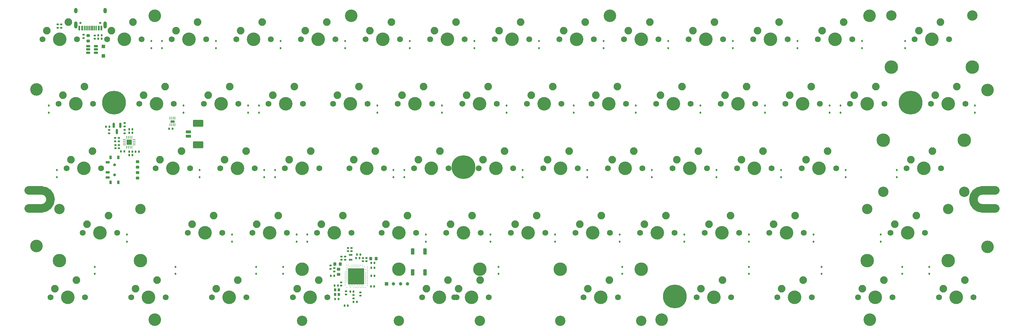
<source format=gbs>
G04 #@! TF.GenerationSoftware,KiCad,Pcbnew,7.0.5*
G04 #@! TF.CreationDate,2023-07-05T23:03:21+09:00*
G04 #@! TF.ProjectId,Hotp4ck60,486f7470-3463-46b3-9630-2e6b69636164,rev?*
G04 #@! TF.SameCoordinates,Original*
G04 #@! TF.FileFunction,Soldermask,Bot*
G04 #@! TF.FilePolarity,Negative*
%FSLAX46Y46*%
G04 Gerber Fmt 4.6, Leading zero omitted, Abs format (unit mm)*
G04 Created by KiCad (PCBNEW 7.0.5) date 2023-07-05 23:03:21*
%MOMM*%
%LPD*%
G01*
G04 APERTURE LIST*
G04 Aperture macros list*
%AMRoundRect*
0 Rectangle with rounded corners*
0 $1 Rounding radius*
0 $2 $3 $4 $5 $6 $7 $8 $9 X,Y pos of 4 corners*
0 Add a 4 corners polygon primitive as box body*
4,1,4,$2,$3,$4,$5,$6,$7,$8,$9,$2,$3,0*
0 Add four circle primitives for the rounded corners*
1,1,$1+$1,$2,$3*
1,1,$1+$1,$4,$5*
1,1,$1+$1,$6,$7*
1,1,$1+$1,$8,$9*
0 Add four rect primitives between the rounded corners*
20,1,$1+$1,$2,$3,$4,$5,0*
20,1,$1+$1,$4,$5,$6,$7,0*
20,1,$1+$1,$6,$7,$8,$9,0*
20,1,$1+$1,$8,$9,$2,$3,0*%
G04 Aperture macros list end*
%ADD10C,2.501900*%
%ADD11C,1.750000*%
%ADD12C,4.000000*%
%ADD13C,2.250000*%
%ADD14C,3.048000*%
%ADD15C,3.987800*%
%ADD16C,1.000000*%
%ADD17C,7.001300*%
%ADD18C,7.000240*%
%ADD19C,3.700000*%
%ADD20R,1.000000X1.000000*%
%ADD21RoundRect,0.150000X-0.150000X0.587500X-0.150000X-0.587500X0.150000X-0.587500X0.150000X0.587500X0*%
%ADD22RoundRect,0.112500X0.112500X-0.187500X0.112500X0.187500X-0.112500X0.187500X-0.112500X-0.187500X0*%
%ADD23RoundRect,0.140000X0.170000X-0.140000X0.170000X0.140000X-0.170000X0.140000X-0.170000X-0.140000X0*%
%ADD24RoundRect,0.140000X0.140000X0.170000X-0.140000X0.170000X-0.140000X-0.170000X0.140000X-0.170000X0*%
%ADD25R,0.800000X0.900000*%
%ADD26RoundRect,0.112500X-0.112500X0.187500X-0.112500X-0.187500X0.112500X-0.187500X0.112500X0.187500X0*%
%ADD27RoundRect,0.275000X0.275000X-0.625000X0.275000X0.625000X-0.275000X0.625000X-0.275000X-0.625000X0*%
%ADD28RoundRect,0.135000X0.135000X0.185000X-0.135000X0.185000X-0.135000X-0.185000X0.135000X-0.185000X0*%
%ADD29RoundRect,0.135000X-0.185000X0.135000X-0.185000X-0.135000X0.185000X-0.135000X0.185000X0.135000X0*%
%ADD30C,0.250000*%
%ADD31R,4.850000X4.850000*%
%ADD32RoundRect,0.147500X-0.172500X0.147500X-0.172500X-0.147500X0.172500X-0.147500X0.172500X0.147500X0*%
%ADD33R,1.100000X0.600000*%
%ADD34RoundRect,0.140000X-0.170000X0.140000X-0.170000X-0.140000X0.170000X-0.140000X0.170000X0.140000X0*%
%ADD35C,0.850000*%
%ADD36RoundRect,0.090000X-0.535000X0.210000X-0.535000X-0.210000X0.535000X-0.210000X0.535000X0.210000X0*%
%ADD37RoundRect,0.105000X0.245000X0.445000X-0.245000X0.445000X-0.245000X-0.445000X0.245000X-0.445000X0*%
%ADD38RoundRect,0.140000X-0.140000X-0.170000X0.140000X-0.170000X0.140000X0.170000X-0.140000X0.170000X0*%
%ADD39RoundRect,0.147500X0.172500X-0.147500X0.172500X0.147500X-0.172500X0.147500X-0.172500X-0.147500X0*%
%ADD40RoundRect,0.135000X0.185000X-0.135000X0.185000X0.135000X-0.185000X0.135000X-0.185000X-0.135000X0*%
%ADD41RoundRect,0.225000X-0.250000X0.225000X-0.250000X-0.225000X0.250000X-0.225000X0.250000X0.225000X0*%
%ADD42RoundRect,0.218750X-0.256250X0.218750X-0.256250X-0.218750X0.256250X-0.218750X0.256250X0.218750X0*%
%ADD43RoundRect,0.218750X-0.218750X-0.256250X0.218750X-0.256250X0.218750X0.256250X-0.218750X0.256250X0*%
%ADD44RoundRect,0.062500X0.062500X-0.325000X0.062500X0.325000X-0.062500X0.325000X-0.062500X-0.325000X0*%
%ADD45R,1.300000X0.700000*%
%ADD46RoundRect,0.062500X-0.062500X0.375000X-0.062500X-0.375000X0.062500X-0.375000X0.062500X0.375000X0*%
%ADD47RoundRect,0.062500X-0.375000X0.062500X-0.375000X-0.062500X0.375000X-0.062500X0.375000X0.062500X0*%
%ADD48R,1.600000X1.600000*%
%ADD49RoundRect,0.218750X0.218750X0.256250X-0.218750X0.256250X-0.218750X-0.256250X0.218750X-0.256250X0*%
%ADD50RoundRect,0.135000X-0.135000X-0.185000X0.135000X-0.185000X0.135000X0.185000X-0.135000X0.185000X0*%
%ADD51RoundRect,0.150000X-0.475000X-0.150000X0.475000X-0.150000X0.475000X0.150000X-0.475000X0.150000X0*%
%ADD52RoundRect,0.200000X-0.600000X0.200000X-0.600000X-0.200000X0.600000X-0.200000X0.600000X0.200000X0*%
%ADD53RoundRect,0.250001X-1.249999X0.799999X-1.249999X-0.799999X1.249999X-0.799999X1.249999X0.799999X0*%
%ADD54C,0.650000*%
%ADD55R,0.600000X1.450000*%
%ADD56R,0.300000X1.450000*%
%ADD57O,1.000000X1.600000*%
%ADD58O,1.000000X2.100000*%
%ADD59RoundRect,0.250000X-0.300000X0.300000X-0.300000X-0.300000X0.300000X-0.300000X0.300000X0.300000X0*%
G04 APERTURE END LIST*
D10*
X71812500Y-141486550D02*
X75612500Y-141486550D01*
X71812500Y-146788450D02*
X75612500Y-146788450D01*
X353012500Y-141486550D02*
X356812500Y-141486550D01*
X353012500Y-146788450D02*
X356862500Y-146788450D01*
X78263450Y-144137500D02*
G75*
G03*
X75612500Y-141486550I-2650949J1D01*
G01*
X75612500Y-146788450D02*
G75*
G03*
X78263450Y-144137500I1J2650949D01*
G01*
X353012500Y-141486550D02*
G75*
G03*
X350361550Y-144137500I0J-2650950D01*
G01*
X350361550Y-144137500D02*
G75*
G03*
X353012500Y-146788450I2650950J0D01*
G01*
D11*
X325913750Y-153987500D03*
D12*
X330993750Y-153987500D03*
D11*
X336073750Y-153987500D03*
D13*
X327183750Y-151447500D03*
X333533750Y-148907500D03*
D11*
X125888750Y-173037500D03*
D12*
X130968750Y-173037500D03*
D11*
X136048750Y-173037500D03*
D13*
X127158750Y-170497500D03*
X133508750Y-167957500D03*
D14*
X252406250Y-180022500D03*
D15*
X252406250Y-164782500D03*
D14*
X152406250Y-180022500D03*
D15*
X152406250Y-164782500D03*
D11*
X94932500Y-96837500D03*
D12*
X100012500Y-96837500D03*
D11*
X105092500Y-96837500D03*
D13*
X96202500Y-94297500D03*
X102552500Y-91757500D03*
D11*
X133032500Y-96837500D03*
D12*
X138112500Y-96837500D03*
D11*
X143192500Y-96837500D03*
D13*
X134302500Y-94297500D03*
X140652500Y-91757500D03*
D11*
X268763750Y-173037500D03*
D12*
X273843750Y-173037500D03*
D11*
X278923750Y-173037500D03*
D13*
X270033750Y-170497500D03*
X276383750Y-167957500D03*
D11*
X204470000Y-134937500D03*
D12*
X209550000Y-134937500D03*
D11*
X214630000Y-134937500D03*
D13*
X205740000Y-132397500D03*
X212090000Y-129857500D03*
D11*
X271145000Y-153987500D03*
D12*
X276225000Y-153987500D03*
D11*
X281305000Y-153987500D03*
D13*
X272415000Y-151447500D03*
X278765000Y-148907500D03*
D14*
X204819250Y-180022500D03*
D15*
X204819250Y-164782500D03*
D14*
X180943250Y-180022500D03*
D15*
X180943250Y-164782500D03*
D11*
X194945000Y-153987500D03*
D12*
X200025000Y-153987500D03*
D11*
X205105000Y-153987500D03*
D13*
X196215000Y-151447500D03*
X202565000Y-148907500D03*
D16*
X181440000Y-169110000D03*
D11*
X330676250Y-134937500D03*
D12*
X335756250Y-134937500D03*
D11*
X340836250Y-134937500D03*
D13*
X331946250Y-132397500D03*
X338296250Y-129857500D03*
D11*
X228282500Y-96837500D03*
D12*
X233362500Y-96837500D03*
D11*
X238442500Y-96837500D03*
D13*
X229552500Y-94297500D03*
X235902500Y-91757500D03*
D11*
X156845000Y-153987500D03*
D12*
X161925000Y-153987500D03*
D11*
X167005000Y-153987500D03*
D13*
X158115000Y-151447500D03*
X164465000Y-148907500D03*
D11*
X166370000Y-134937500D03*
D12*
X171450000Y-134937500D03*
D11*
X176530000Y-134937500D03*
D13*
X167640000Y-132397500D03*
X173990000Y-129857500D03*
D11*
X113982500Y-96837500D03*
D12*
X119062500Y-96837500D03*
D11*
X124142500Y-96837500D03*
D13*
X115252500Y-94297500D03*
X121602500Y-91757500D03*
D16*
X179370000Y-169110000D03*
D14*
X347694250Y-141922500D03*
D15*
X347694250Y-126682500D03*
D14*
X323818250Y-141922500D03*
D15*
X323818250Y-126682500D03*
D16*
X73570465Y-141537500D03*
X73570465Y-146737500D03*
X75612500Y-141537500D03*
X75612500Y-146737500D03*
X77450978Y-142299022D03*
X77450978Y-145975978D03*
X78212500Y-144137500D03*
X94712500Y-115537500D03*
X95386154Y-113911154D03*
X95386154Y-117163846D03*
X97012500Y-113237500D03*
D17*
X97012500Y-115537500D03*
D16*
X97012500Y-117837500D03*
X98638846Y-113911154D03*
X98638846Y-117163846D03*
X99312500Y-115537500D03*
X198812500Y-132337500D03*
X198812500Y-136937500D03*
X200012500Y-132337500D03*
D18*
X200012500Y-134637500D03*
D16*
X200012500Y-136937500D03*
X201212500Y-132337500D03*
X201212500Y-136937500D03*
X261112500Y-170537500D03*
X261112500Y-175137500D03*
X262312500Y-170537500D03*
D18*
X262312500Y-172837500D03*
D16*
X262312500Y-175137500D03*
X263512500Y-170537500D03*
X263512500Y-175137500D03*
X330662500Y-113237500D03*
X330662500Y-117837500D03*
X331862500Y-113237500D03*
D18*
X331862500Y-115537500D03*
D16*
X331862500Y-117837500D03*
X333062500Y-113220500D03*
X333062500Y-117837500D03*
X350412500Y-144137500D03*
X351174022Y-142299022D03*
X351174022Y-145975978D03*
X353012500Y-141537500D03*
X353012500Y-146737500D03*
X355054535Y-141537500D03*
X355054535Y-146737500D03*
D19*
X74112500Y-111637500D03*
X74112500Y-157937500D03*
X109012500Y-89937500D03*
X109012500Y-179637500D03*
X166912500Y-89937500D03*
X243212500Y-89937500D03*
X258404500Y-179645500D03*
X319712500Y-89937500D03*
X319812500Y-179637500D03*
X354512500Y-111837500D03*
X354512500Y-158137500D03*
D11*
X314007500Y-115887500D03*
D12*
X319087500Y-115887500D03*
D11*
X324167500Y-115887500D03*
D13*
X315277500Y-113347500D03*
X321627500Y-110807500D03*
D11*
X147320000Y-134937500D03*
D12*
X152400000Y-134937500D03*
D11*
X157480000Y-134937500D03*
D13*
X148590000Y-132397500D03*
X154940000Y-129857500D03*
D11*
X237807500Y-115887500D03*
D12*
X242887500Y-115887500D03*
D11*
X247967500Y-115887500D03*
D13*
X239077500Y-113347500D03*
X245427500Y-110807500D03*
D11*
X137795000Y-153987500D03*
D12*
X142875000Y-153987500D03*
D11*
X147955000Y-153987500D03*
D13*
X139065000Y-151447500D03*
X145415000Y-148907500D03*
D11*
X161607500Y-115887500D03*
D12*
X166687500Y-115887500D03*
D11*
X171767500Y-115887500D03*
D13*
X162877500Y-113347500D03*
X169227500Y-110807500D03*
D11*
X185420000Y-134937500D03*
D12*
X190500000Y-134937500D03*
D11*
X195580000Y-134937500D03*
D13*
X186690000Y-132397500D03*
X193040000Y-129857500D03*
D11*
X316388750Y-173037500D03*
D12*
X321468750Y-173037500D03*
D11*
X326548750Y-173037500D03*
D13*
X317658750Y-170497500D03*
X324008750Y-167957500D03*
D11*
X123507500Y-115887500D03*
D12*
X128587500Y-115887500D03*
D11*
X133667500Y-115887500D03*
D13*
X124777500Y-113347500D03*
X131127500Y-110807500D03*
D11*
X190182500Y-96837500D03*
D12*
X195262500Y-96837500D03*
D11*
X200342500Y-96837500D03*
D13*
X191452500Y-94297500D03*
X197802500Y-91757500D03*
D11*
X152082500Y-96837500D03*
D12*
X157162500Y-96837500D03*
D11*
X162242500Y-96837500D03*
D13*
X153352500Y-94297500D03*
X159702500Y-91757500D03*
D11*
X275907500Y-115887500D03*
D12*
X280987500Y-115887500D03*
D11*
X286067500Y-115887500D03*
D13*
X277177500Y-113347500D03*
X283527500Y-110807500D03*
D11*
X149701250Y-173037500D03*
D12*
X154781250Y-173037500D03*
D11*
X159861250Y-173037500D03*
D13*
X150971250Y-170497500D03*
X157321250Y-167957500D03*
D11*
X299720000Y-134937500D03*
D12*
X304800000Y-134937500D03*
D11*
X309880000Y-134937500D03*
D13*
X300990000Y-132397500D03*
X307340000Y-129857500D03*
D11*
X175895000Y-153987500D03*
D12*
X180975000Y-153987500D03*
D11*
X186055000Y-153987500D03*
D13*
X177165000Y-151447500D03*
X183515000Y-148907500D03*
D14*
X252444250Y-180022500D03*
D15*
X252444250Y-164782500D03*
D14*
X228568250Y-180022500D03*
D15*
X228568250Y-164782500D03*
D11*
X118745000Y-153987500D03*
D12*
X123825000Y-153987500D03*
D11*
X128905000Y-153987500D03*
D13*
X120015000Y-151447500D03*
X126365000Y-148907500D03*
D14*
X319055750Y-147002500D03*
D15*
X319055750Y-162242500D03*
D14*
X342931750Y-147002500D03*
D15*
X342931750Y-162242500D03*
D11*
X252095000Y-153987500D03*
D12*
X257175000Y-153987500D03*
D11*
X262255000Y-153987500D03*
D13*
X253365000Y-151447500D03*
X259715000Y-148907500D03*
D11*
X233045000Y-153987500D03*
D12*
X238125000Y-153987500D03*
D11*
X243205000Y-153987500D03*
D13*
X234315000Y-151447500D03*
X240665000Y-148907500D03*
D11*
X333057500Y-96837500D03*
D12*
X338137500Y-96837500D03*
D11*
X343217500Y-96837500D03*
D13*
X334327500Y-94297500D03*
X340677500Y-91757500D03*
D11*
X213995000Y-153987500D03*
D12*
X219075000Y-153987500D03*
D11*
X224155000Y-153987500D03*
D13*
X215265000Y-151447500D03*
X221615000Y-148907500D03*
D11*
X180657500Y-115887500D03*
D12*
X185737500Y-115887500D03*
D11*
X190817500Y-115887500D03*
D13*
X181927500Y-113347500D03*
X188277500Y-110807500D03*
D11*
X128270000Y-134937500D03*
D12*
X133350000Y-134937500D03*
D11*
X138430000Y-134937500D03*
D13*
X129540000Y-132397500D03*
X135890000Y-129857500D03*
D11*
X104457500Y-115887500D03*
D12*
X109537500Y-115887500D03*
D11*
X114617500Y-115887500D03*
D13*
X105727500Y-113347500D03*
X112077500Y-110807500D03*
D11*
X102076250Y-173037500D03*
D12*
X107156250Y-173037500D03*
D11*
X112236250Y-173037500D03*
D13*
X103346250Y-170497500D03*
X109696250Y-167957500D03*
D11*
X109220000Y-134937500D03*
D12*
X114300000Y-134937500D03*
D11*
X119380000Y-134937500D03*
D13*
X110490000Y-132397500D03*
X116840000Y-129857500D03*
D11*
X209232500Y-96837500D03*
D12*
X214312500Y-96837500D03*
D11*
X219392500Y-96837500D03*
D13*
X210502500Y-94297500D03*
X216852500Y-91757500D03*
D11*
X142557500Y-115887500D03*
D12*
X147637500Y-115887500D03*
D11*
X152717500Y-115887500D03*
D13*
X143827500Y-113347500D03*
X150177500Y-110807500D03*
D11*
X294957500Y-115887500D03*
D12*
X300037500Y-115887500D03*
D11*
X305117500Y-115887500D03*
D13*
X296227500Y-113347500D03*
X302577500Y-110807500D03*
D14*
X326199500Y-89852500D03*
D15*
X326199500Y-105092500D03*
D14*
X350075500Y-89852500D03*
D15*
X350075500Y-105092500D03*
D11*
X337820000Y-115887500D03*
D12*
X342900000Y-115887500D03*
D11*
X347980000Y-115887500D03*
D13*
X339090000Y-113347500D03*
X345440000Y-110807500D03*
D11*
X80645000Y-115887500D03*
D12*
X85725000Y-115887500D03*
D11*
X90805000Y-115887500D03*
D13*
X81915000Y-113347500D03*
X88265000Y-110807500D03*
D11*
X199707500Y-115887500D03*
D12*
X204787500Y-115887500D03*
D11*
X209867500Y-115887500D03*
D13*
X200977500Y-113347500D03*
X207327500Y-110807500D03*
D11*
X197326250Y-173037500D03*
D12*
X202406250Y-173037500D03*
D11*
X207486250Y-173037500D03*
D13*
X198596250Y-170497500D03*
X204946250Y-167957500D03*
D11*
X340201250Y-173037500D03*
D12*
X345281250Y-173037500D03*
D11*
X350361250Y-173037500D03*
D13*
X341471250Y-170497500D03*
X347821250Y-167957500D03*
D11*
X285432500Y-96837500D03*
D12*
X290512500Y-96837500D03*
D11*
X295592500Y-96837500D03*
D13*
X286702500Y-94297500D03*
X293052500Y-91757500D03*
D11*
X171132500Y-96837500D03*
D12*
X176212500Y-96837500D03*
D11*
X181292500Y-96837500D03*
D13*
X172402500Y-94297500D03*
X178752500Y-91757500D03*
D11*
X242570000Y-134937500D03*
D12*
X247650000Y-134937500D03*
D11*
X252730000Y-134937500D03*
D13*
X243840000Y-132397500D03*
X250190000Y-129857500D03*
D11*
X235426250Y-173037500D03*
D12*
X240506250Y-173037500D03*
D11*
X245586250Y-173037500D03*
D13*
X236696250Y-170497500D03*
X243046250Y-167957500D03*
D14*
X80930750Y-147002500D03*
D15*
X80930750Y-162242500D03*
D14*
X104806750Y-147002500D03*
D15*
X104806750Y-162242500D03*
D11*
X218757500Y-115887500D03*
D12*
X223837500Y-115887500D03*
D11*
X228917500Y-115887500D03*
D13*
X220027500Y-113347500D03*
X226377500Y-110807500D03*
D11*
X187801250Y-173037500D03*
D12*
X192881250Y-173037500D03*
D11*
X197961250Y-173037500D03*
D13*
X189071250Y-170497500D03*
X195421250Y-167957500D03*
D11*
X223520000Y-134937500D03*
D12*
X228600000Y-134937500D03*
D11*
X233680000Y-134937500D03*
D13*
X224790000Y-132397500D03*
X231140000Y-129857500D03*
D11*
X83026250Y-134937500D03*
D12*
X88106250Y-134937500D03*
D11*
X93186250Y-134937500D03*
D13*
X84296250Y-132397500D03*
X90646250Y-129857500D03*
D11*
X78263750Y-173037500D03*
D12*
X83343750Y-173037500D03*
D11*
X88423750Y-173037500D03*
D13*
X79533750Y-170497500D03*
X85883750Y-167957500D03*
D16*
X183510000Y-169110000D03*
D11*
X290195000Y-153987500D03*
D12*
X295275000Y-153987500D03*
D11*
X300355000Y-153987500D03*
D13*
X291465000Y-151447500D03*
X297815000Y-148907500D03*
D11*
X247332500Y-96837500D03*
D12*
X252412500Y-96837500D03*
D11*
X257492500Y-96837500D03*
D13*
X248602500Y-94297500D03*
X254952500Y-91757500D03*
D11*
X280670000Y-134937500D03*
D12*
X285750000Y-134937500D03*
D11*
X290830000Y-134937500D03*
D13*
X281940000Y-132397500D03*
X288290000Y-129857500D03*
D11*
X256857500Y-115887500D03*
D12*
X261937500Y-115887500D03*
D11*
X267017500Y-115887500D03*
D13*
X258127500Y-113347500D03*
X264477500Y-110807500D03*
D11*
X304482500Y-96837500D03*
D12*
X309562500Y-96837500D03*
D11*
X314642500Y-96837500D03*
D13*
X305752500Y-94297500D03*
X312102500Y-91757500D03*
D11*
X261620000Y-134937500D03*
D12*
X266700000Y-134937500D03*
D11*
X271780000Y-134937500D03*
D13*
X262890000Y-132397500D03*
X269240000Y-129857500D03*
D11*
X87788750Y-153987500D03*
D12*
X92868750Y-153987500D03*
D11*
X97948750Y-153987500D03*
D13*
X89058750Y-151447500D03*
X95408750Y-148907500D03*
D11*
X75882500Y-96837500D03*
D12*
X80962500Y-96837500D03*
D11*
X86042500Y-96837500D03*
D13*
X77152500Y-94297500D03*
X83502500Y-91757500D03*
D11*
X292576250Y-173037500D03*
D12*
X297656250Y-173037500D03*
D11*
X302736250Y-173037500D03*
D13*
X293846250Y-170497500D03*
X300196250Y-167957500D03*
D20*
X177300000Y-169110000D03*
D11*
X266382500Y-96837500D03*
D12*
X271462500Y-96837500D03*
D11*
X276542500Y-96837500D03*
D13*
X267652500Y-94297500D03*
X274002500Y-91757500D03*
D21*
X96910000Y-122222500D03*
X98810000Y-122222500D03*
X97860000Y-124097500D03*
D22*
X317500000Y-99475000D03*
X317500000Y-97375000D03*
D23*
X163960000Y-169600000D03*
X163960000Y-168640000D03*
D22*
X227012500Y-156625000D03*
X227012500Y-154525000D03*
D24*
X114225000Y-123295000D03*
X113265000Y-123295000D03*
D22*
X141287500Y-137575000D03*
X141287500Y-135475000D03*
X265112500Y-156625000D03*
X265112500Y-154525000D03*
D25*
X162149996Y-172240002D03*
X162149996Y-170840002D03*
X163249996Y-170840002D03*
X163249996Y-172240002D03*
D26*
X210343750Y-164050000D03*
X210343750Y-166150000D03*
D23*
X165119998Y-161970003D03*
X165119998Y-161010003D03*
D22*
X312737500Y-137575000D03*
X312737500Y-135475000D03*
D27*
X188700000Y-165710000D03*
X188700000Y-159510000D03*
X185000000Y-165710000D03*
X185000000Y-159510000D03*
D28*
X93340000Y-95680000D03*
X92320000Y-95680000D03*
D22*
X131762500Y-156625000D03*
X131762500Y-154525000D03*
X232568750Y-118525000D03*
X232568750Y-116425000D03*
D29*
X80370000Y-92440000D03*
X80370000Y-93460000D03*
D26*
X146843750Y-164050000D03*
X146843750Y-166150000D03*
X329406250Y-164050000D03*
X329406250Y-166150000D03*
D23*
X167010000Y-159425000D03*
X167010000Y-158465000D03*
D30*
X165150000Y-165589999D03*
X165150000Y-166089999D03*
X165150000Y-166589999D03*
X165150000Y-167089999D03*
X165150000Y-167589999D03*
X165150000Y-168089999D03*
X165150000Y-168589999D03*
X165150000Y-169089999D03*
X165150000Y-169589999D03*
X170650000Y-170089999D03*
X170900000Y-164089999D03*
X171150000Y-164839999D03*
X171150000Y-165839999D03*
X171150000Y-166339999D03*
X171150000Y-166839999D03*
X171150000Y-167339999D03*
X171150000Y-167839999D03*
X171150000Y-168339999D03*
X171150000Y-168839999D03*
X171150000Y-170089999D03*
X171650000Y-164089999D03*
X171650000Y-164589999D03*
X171650000Y-165089999D03*
X171650000Y-165589999D03*
X171650000Y-166089999D03*
X171650000Y-166589999D03*
X171650000Y-167089999D03*
X171650000Y-167589999D03*
X171650000Y-168089999D03*
X171650000Y-168589999D03*
X171650000Y-169089999D03*
X171650000Y-169589999D03*
X165650000Y-163589999D03*
X165650000Y-164339999D03*
X165650000Y-164839999D03*
X165650000Y-165339999D03*
X165650000Y-165839999D03*
X165650000Y-166339999D03*
X165650000Y-166839999D03*
X165650000Y-167339999D03*
X165650000Y-167839999D03*
X165650000Y-168339999D03*
X165650000Y-170089999D03*
X166150000Y-163589999D03*
X166400000Y-164089999D03*
X166400000Y-169589999D03*
X166650000Y-170089999D03*
D31*
X168400000Y-166839999D03*
D30*
X166900000Y-164089999D03*
X166900000Y-169589999D03*
X167150000Y-163589999D03*
X167400000Y-164089999D03*
X167400000Y-169589999D03*
X167650000Y-163589999D03*
X167650000Y-170089999D03*
X167900000Y-164089999D03*
X168150000Y-163589999D03*
X168150000Y-170089999D03*
X168400000Y-164089999D03*
X168650000Y-163589999D03*
X168650000Y-170089999D03*
X168900000Y-164089999D03*
X168900000Y-169589999D03*
X169150000Y-163589999D03*
X169150000Y-170089999D03*
X169400000Y-164089999D03*
X169400000Y-169589999D03*
X169650000Y-163589999D03*
X169650000Y-170089999D03*
X169900000Y-169589999D03*
X170150000Y-163589999D03*
X170150000Y-170089999D03*
X170400000Y-164089999D03*
X170400000Y-169589999D03*
D32*
X91340000Y-95720000D03*
X91340000Y-96690000D03*
D29*
X98400000Y-125960000D03*
X98400000Y-126980000D03*
D22*
X146050000Y-99475000D03*
X146050000Y-97375000D03*
X288925000Y-118525000D03*
X288925000Y-116425000D03*
D26*
X337343750Y-164050000D03*
X337343750Y-166150000D03*
D33*
X166757576Y-161940001D03*
X166757576Y-160540001D03*
D34*
X169590000Y-171600000D03*
X169590000Y-172560000D03*
D22*
X236537500Y-137575000D03*
X236537500Y-135475000D03*
X153987500Y-156625000D03*
X153987500Y-154525000D03*
D35*
X97120000Y-136910000D03*
X97120000Y-133910000D03*
D36*
X95120000Y-133160000D03*
X95120000Y-136160000D03*
X95120000Y-137660000D03*
D37*
X95970000Y-139110000D03*
X98270000Y-139110000D03*
X95970000Y-131710000D03*
X98270000Y-131710000D03*
D29*
X81430000Y-92440000D03*
X81430000Y-93460000D03*
D22*
X184150000Y-99475000D03*
X184150000Y-97375000D03*
X174625000Y-118525000D03*
X174625000Y-116425000D03*
D28*
X169640000Y-160420000D03*
X168620000Y-160420000D03*
D22*
X311150000Y-118525000D03*
X311150000Y-116425000D03*
D23*
X165957578Y-159424999D03*
X165957578Y-158464999D03*
D38*
X172840000Y-166730000D03*
X173800000Y-166730000D03*
D22*
X293687500Y-137575000D03*
X293687500Y-135475000D03*
X327818750Y-137575000D03*
X327818750Y-135475000D03*
D39*
X167629997Y-173374999D03*
X167629997Y-172404999D03*
D22*
X139700000Y-118525000D03*
X139700000Y-116425000D03*
D26*
X246856250Y-164050000D03*
X246856250Y-166150000D03*
X115093750Y-164050000D03*
X115093750Y-166150000D03*
D24*
X93310000Y-96690000D03*
X92350000Y-96690000D03*
D38*
X172820000Y-164370000D03*
X173780000Y-164370000D03*
D22*
X307975000Y-118525000D03*
X307975000Y-116425000D03*
D40*
X100100000Y-124660000D03*
X100100000Y-123640000D03*
D22*
X193675000Y-118525000D03*
X193675000Y-116425000D03*
D38*
X164940000Y-175512363D03*
X165900000Y-175512363D03*
X172819999Y-162939999D03*
X173779999Y-162939999D03*
D28*
X104340000Y-130060000D03*
X103320000Y-130060000D03*
X100010000Y-130000000D03*
X98990000Y-130000000D03*
D22*
X100806250Y-156625000D03*
X100806250Y-154525000D03*
X323080000Y-156625000D03*
X323080000Y-154525000D03*
D40*
X97330000Y-126980000D03*
X97330000Y-125960000D03*
D23*
X164020001Y-161970005D03*
X164020001Y-161010005D03*
D32*
X88040000Y-95515000D03*
X88040000Y-96485000D03*
D22*
X222250000Y-99475000D03*
X222250000Y-97375000D03*
X179387500Y-137575000D03*
X179387500Y-135475000D03*
X260350000Y-99475000D03*
X260350000Y-97375000D03*
D26*
X91281250Y-164050000D03*
X91281250Y-166150000D03*
D38*
X101460000Y-123460000D03*
X102420000Y-123460000D03*
D41*
X163170004Y-164734999D03*
X163170004Y-166284999D03*
D22*
X241300000Y-99475000D03*
X241300000Y-97375000D03*
X77787500Y-118525000D03*
X77787500Y-116425000D03*
D24*
X163179999Y-173540002D03*
X162219999Y-173540002D03*
D42*
X103920000Y-133012500D03*
X103920000Y-134587500D03*
D22*
X284162500Y-156625000D03*
X284162500Y-154525000D03*
D43*
X172694199Y-161618682D03*
X174269199Y-161618682D03*
D22*
X298450000Y-99475000D03*
X298450000Y-97375000D03*
D38*
X101450000Y-130060000D03*
X102410000Y-130060000D03*
D22*
X274637500Y-137575000D03*
X274637500Y-135475000D03*
X212725000Y-118525000D03*
X212725000Y-116425000D03*
X188912500Y-156625000D03*
X188912500Y-154525000D03*
X350837500Y-118525000D03*
X350837500Y-116425000D03*
D34*
X161900004Y-164459999D03*
X161900004Y-165419999D03*
D24*
X168589997Y-174390000D03*
X167629997Y-174390000D03*
D22*
X203200000Y-99475000D03*
X203200000Y-97375000D03*
D38*
X101460000Y-124450000D03*
X102420000Y-124450000D03*
D22*
X246062500Y-156625000D03*
X246062500Y-154525000D03*
X217487500Y-137575000D03*
X217487500Y-135475000D03*
D44*
X114975000Y-122077500D03*
X114475000Y-122077500D03*
X113975000Y-122077500D03*
X113475000Y-122077500D03*
X113475000Y-120152500D03*
X113975000Y-120152500D03*
X114475000Y-120152500D03*
X114975000Y-120152500D03*
D45*
X114225000Y-121115000D03*
D38*
X166670000Y-171390004D03*
X167630000Y-171390004D03*
D23*
X170380000Y-162400000D03*
X170380000Y-161440000D03*
X171405000Y-162404998D03*
X171405000Y-161444998D03*
D22*
X111125000Y-99475000D03*
X111125000Y-97375000D03*
X165100000Y-99475000D03*
X165100000Y-97375000D03*
X150812500Y-156625000D03*
X150812500Y-154525000D03*
X269875000Y-118525000D03*
X269875000Y-116425000D03*
X117475000Y-118525000D03*
X117475000Y-116425000D03*
D46*
X100700000Y-125842500D03*
X101200000Y-125842500D03*
X101700000Y-125842500D03*
X102200000Y-125842500D03*
D47*
X102887500Y-126530000D03*
X102887500Y-127030000D03*
X102887500Y-127530000D03*
X102887500Y-128030000D03*
D46*
X102200000Y-128717500D03*
X101700000Y-128717500D03*
X101200000Y-128717500D03*
X100700000Y-128717500D03*
D47*
X100012500Y-128030000D03*
X100012500Y-127530000D03*
X100012500Y-127030000D03*
X100012500Y-126530000D03*
D48*
X101450000Y-127280000D03*
D26*
X305593750Y-164050000D03*
X305593750Y-166150000D03*
D22*
X80168750Y-137575000D03*
X80168750Y-135475000D03*
X250825000Y-118525000D03*
X250825000Y-116425000D03*
D49*
X163687500Y-163210000D03*
X162112500Y-163210000D03*
D50*
X94620000Y-122650000D03*
X95640000Y-122650000D03*
D51*
X89335000Y-100800000D03*
X89335000Y-99850000D03*
X89335000Y-98900000D03*
X91685000Y-98900000D03*
X91685000Y-99850000D03*
X91685000Y-100800000D03*
D24*
X102410000Y-131060000D03*
X101450000Y-131060000D03*
D42*
X103920000Y-136262500D03*
X103920000Y-137837500D03*
D28*
X161940000Y-166710000D03*
X160920000Y-166710000D03*
D22*
X279400000Y-99475000D03*
X279400000Y-97375000D03*
D52*
X118890000Y-124230000D03*
X118890000Y-125480000D03*
D53*
X121790000Y-121680000D03*
X121790000Y-128030000D03*
D28*
X169370000Y-161480000D03*
X168350000Y-161480000D03*
D34*
X98420000Y-128080000D03*
X98420000Y-129040000D03*
D32*
X160849997Y-163675002D03*
X160849997Y-164645002D03*
D54*
X87120000Y-92070000D03*
X92900000Y-92070000D03*
D55*
X86760000Y-93515000D03*
X87560000Y-93515000D03*
D56*
X88760000Y-93515000D03*
X89760000Y-93515000D03*
X90260000Y-93515000D03*
X91260000Y-93515000D03*
D55*
X92460000Y-93515000D03*
X93260000Y-93515000D03*
X93260000Y-93515000D03*
X92460000Y-93515000D03*
D56*
X91760000Y-93515000D03*
X90760000Y-93515000D03*
X89260000Y-93515000D03*
X88260000Y-93515000D03*
D55*
X87560000Y-93515000D03*
X86760000Y-93515000D03*
D57*
X85690000Y-88420000D03*
D58*
X85690000Y-92600000D03*
D57*
X94330000Y-88420000D03*
D58*
X94330000Y-92600000D03*
D26*
X138906250Y-164050000D03*
X138906250Y-166150000D03*
D59*
X93840000Y-98932500D03*
X93840000Y-101732500D03*
D22*
X107950000Y-99475000D03*
X107950000Y-97375000D03*
X207962500Y-156625000D03*
X207962500Y-154525000D03*
X255587500Y-137575000D03*
X255587500Y-135475000D03*
D29*
X95580000Y-123640000D03*
X95580000Y-124660000D03*
D34*
X165400003Y-171259999D03*
X165400003Y-172219999D03*
D22*
X182562500Y-137575000D03*
X182562500Y-135475000D03*
X303212500Y-156625000D03*
X303212500Y-154525000D03*
X122237500Y-137575000D03*
X122237500Y-135475000D03*
D42*
X89340000Y-95762500D03*
X89340000Y-97337500D03*
D38*
X172720000Y-169860000D03*
X173680000Y-169860000D03*
D34*
X97430000Y-128080000D03*
X97430000Y-129040000D03*
D29*
X100110000Y-121590000D03*
X100110000Y-122610000D03*
D26*
X284162500Y-164050000D03*
X284162500Y-166150000D03*
D22*
X330200000Y-99475000D03*
X330200000Y-97375000D03*
X136525000Y-118525000D03*
X136525000Y-116425000D03*
X144462500Y-137575000D03*
X144462500Y-135475000D03*
X127000000Y-99475000D03*
X127000000Y-97375000D03*
D24*
X162990000Y-169550000D03*
X162030000Y-169550000D03*
M02*

</source>
